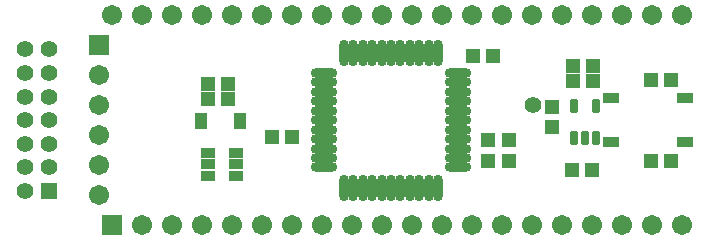
<source format=gts>
G04*
G04 #@! TF.GenerationSoftware,Altium Limited,Altium Designer,19.1.8 (144)*
G04*
G04 Layer_Color=8388736*
%FSLAX25Y25*%
%MOIN*%
G70*
G01*
G75*
%ADD20O,0.08871X0.03162*%
%ADD21O,0.03162X0.08871*%
%ADD22R,0.05131X0.03359*%
%ADD23R,0.05524X0.03800*%
%ADD24R,0.04383X0.05603*%
%ADD25R,0.05131X0.04737*%
%ADD26R,0.04737X0.05131*%
G04:AMPARAMS|DCode=27|XSize=47.37mil|YSize=29.65mil|CornerRadius=9.41mil|HoleSize=0mil|Usage=FLASHONLY|Rotation=90.000|XOffset=0mil|YOffset=0mil|HoleType=Round|Shape=RoundedRectangle|*
%AMROUNDEDRECTD27*
21,1,0.04737,0.01083,0,0,90.0*
21,1,0.02854,0.02965,0,0,90.0*
1,1,0.01883,0.00541,0.01427*
1,1,0.01883,0.00541,-0.01427*
1,1,0.01883,-0.00541,-0.01427*
1,1,0.01883,-0.00541,0.01427*
%
%ADD27ROUNDEDRECTD27*%
%ADD28R,0.06706X0.06706*%
%ADD29C,0.06706*%
%ADD30R,0.05524X0.05524*%
%ADD31C,0.05524*%
%ADD32R,0.06706X0.06706*%
D20*
X100559Y50748D02*
D03*
Y47598D02*
D03*
Y44449D02*
D03*
Y41299D02*
D03*
Y38150D02*
D03*
Y35000D02*
D03*
Y31850D02*
D03*
Y28701D02*
D03*
Y25551D02*
D03*
Y22402D02*
D03*
Y19252D02*
D03*
X145441D02*
D03*
Y22402D02*
D03*
Y25551D02*
D03*
Y28701D02*
D03*
Y31850D02*
D03*
Y35000D02*
D03*
Y38150D02*
D03*
Y41299D02*
D03*
Y44449D02*
D03*
Y47598D02*
D03*
Y50748D02*
D03*
D21*
X107252Y12559D02*
D03*
X110402D02*
D03*
X113551D02*
D03*
X116701D02*
D03*
X119850D02*
D03*
X123000D02*
D03*
X126150D02*
D03*
X129299D02*
D03*
X132449D02*
D03*
X135598D02*
D03*
X138748D02*
D03*
Y57441D02*
D03*
X135598D02*
D03*
X132449D02*
D03*
X129299D02*
D03*
X126150D02*
D03*
X123000D02*
D03*
X119850D02*
D03*
X116701D02*
D03*
X113551D02*
D03*
X110402D02*
D03*
X107252D02*
D03*
D22*
X61976Y24040D02*
D03*
Y20300D02*
D03*
Y16560D02*
D03*
X71424D02*
D03*
Y20300D02*
D03*
Y24040D02*
D03*
D23*
X196495Y27618D02*
D03*
Y42382D02*
D03*
X220905D02*
D03*
Y27618D02*
D03*
D24*
X59643Y34600D02*
D03*
X72557D02*
D03*
D25*
X183653Y53000D02*
D03*
X190347D02*
D03*
X183653Y48000D02*
D03*
X190347D02*
D03*
X189946Y18415D02*
D03*
X183254D02*
D03*
X61853Y42000D02*
D03*
X68546D02*
D03*
X61853Y46900D02*
D03*
X68546D02*
D03*
X155472Y21400D02*
D03*
X162165D02*
D03*
X216347Y48500D02*
D03*
X209653D02*
D03*
X216347Y21500D02*
D03*
X209653D02*
D03*
X157147Y56400D02*
D03*
X150453D02*
D03*
X162165Y28500D02*
D03*
X155472D02*
D03*
X83335Y29500D02*
D03*
X90028D02*
D03*
D26*
X176500Y32768D02*
D03*
Y39461D02*
D03*
D27*
X183960Y29200D02*
D03*
X187700D02*
D03*
X191440D02*
D03*
X183960Y39830D02*
D03*
X191440D02*
D03*
D28*
X25500Y60000D02*
D03*
D29*
Y50000D02*
D03*
Y40000D02*
D03*
Y30000D02*
D03*
Y20000D02*
D03*
Y10000D02*
D03*
X130000Y70000D02*
D03*
X220000D02*
D03*
X210000D02*
D03*
X200000D02*
D03*
X190000D02*
D03*
X180000D02*
D03*
X170000D02*
D03*
X160000D02*
D03*
X150000D02*
D03*
X140000D02*
D03*
X30000D02*
D03*
X120000D02*
D03*
X110000D02*
D03*
X100000D02*
D03*
X90000D02*
D03*
X80000D02*
D03*
X70000D02*
D03*
X60000D02*
D03*
X50000D02*
D03*
X40000D02*
D03*
X210000Y0D02*
D03*
X200000D02*
D03*
X190000D02*
D03*
X180000D02*
D03*
X170000D02*
D03*
X160000D02*
D03*
X150000D02*
D03*
X140000D02*
D03*
X130000D02*
D03*
X220000D02*
D03*
X110000D02*
D03*
X100000D02*
D03*
X90000D02*
D03*
X80000D02*
D03*
X70000D02*
D03*
X60000D02*
D03*
X50000D02*
D03*
X40000D02*
D03*
X120000D02*
D03*
D30*
X8937Y11378D02*
D03*
D31*
X1063D02*
D03*
X8937Y19252D02*
D03*
X1063D02*
D03*
X8937Y27126D02*
D03*
X1063D02*
D03*
X8937Y35000D02*
D03*
X1063D02*
D03*
X8937Y42874D02*
D03*
X1063D02*
D03*
X8937Y50748D02*
D03*
X1063D02*
D03*
X8937Y58622D02*
D03*
X1063D02*
D03*
X170400Y40100D02*
D03*
D32*
X30000Y0D02*
D03*
M02*

</source>
